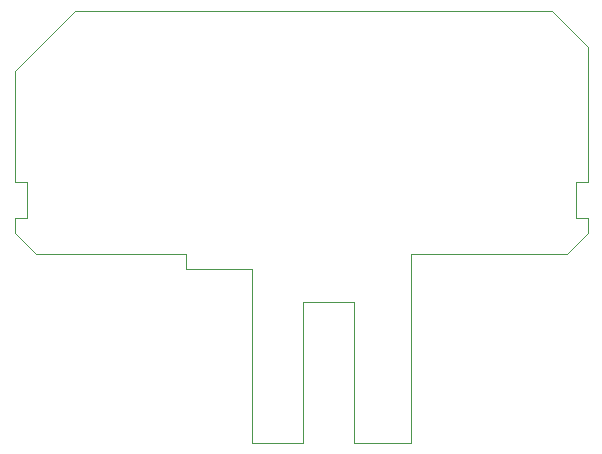
<source format=gbr>
G04 #@! TF.GenerationSoftware,KiCad,Pcbnew,(5.1.12-1-10_14)*
G04 #@! TF.CreationDate,2023-02-19T18:05:48+01:00*
G04 #@! TF.ProjectId,Kaefer_Konstanter_Tank,4b616566-6572-45f4-9b6f-6e7374616e74,rev?*
G04 #@! TF.SameCoordinates,Original*
G04 #@! TF.FileFunction,Profile,NP*
%FSLAX46Y46*%
G04 Gerber Fmt 4.6, Leading zero omitted, Abs format (unit mm)*
G04 Created by KiCad (PCBNEW (5.1.12-1-10_14)) date 2023-02-19 18:05:48*
%MOMM*%
%LPD*%
G01*
G04 APERTURE LIST*
G04 #@! TA.AperFunction,Profile*
%ADD10C,0.050000*%
G04 #@! TD*
G04 APERTURE END LIST*
D10*
X138684000Y-125476000D02*
X125984000Y-125476000D01*
X138684000Y-126746000D02*
X138684000Y-125476000D01*
X144272000Y-126746000D02*
X138684000Y-126746000D01*
X144272000Y-141478000D02*
X144272000Y-126746000D01*
X148590000Y-141478000D02*
X144272000Y-141478000D01*
X148590000Y-129540000D02*
X148590000Y-141478000D01*
X152908000Y-129540000D02*
X148590000Y-129540000D01*
X152908000Y-141478000D02*
X152908000Y-129540000D01*
X157734000Y-141478000D02*
X152908000Y-141478000D01*
X157734000Y-125476000D02*
X157734000Y-141478000D01*
X170942000Y-125476000D02*
X157734000Y-125476000D01*
X172720000Y-107950000D02*
X172720000Y-119380000D01*
X169672000Y-104902000D02*
X172720000Y-107950000D01*
X129286000Y-104902000D02*
X169672000Y-104902000D01*
X124206000Y-109982000D02*
X124206000Y-119380000D01*
X124206000Y-109982000D02*
X129286000Y-104902000D01*
X172720000Y-122428000D02*
X172720000Y-123698000D01*
X124206000Y-122428000D02*
X124206000Y-123698000D01*
X125222000Y-119380000D02*
X124206000Y-119380000D01*
X125222000Y-122428000D02*
X125222000Y-119380000D01*
X124206000Y-122428000D02*
X125222000Y-122428000D01*
X124206000Y-123698000D02*
X125984000Y-125476000D01*
X171704000Y-119380000D02*
X172720000Y-119380000D01*
X171704000Y-122428000D02*
X171704000Y-119380000D01*
X172720000Y-122428000D02*
X171704000Y-122428000D01*
X172720000Y-123698000D02*
X170942000Y-125476000D01*
M02*

</source>
